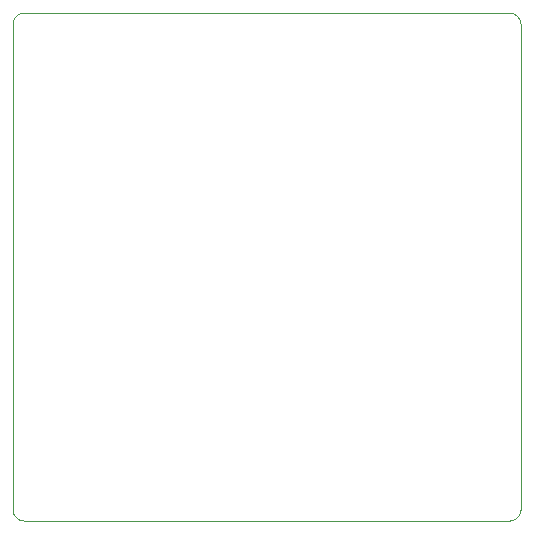
<source format=gbr>
G04 #@! TF.GenerationSoftware,KiCad,Pcbnew,5.1.5-52549c5~86~ubuntu16.04.1*
G04 #@! TF.CreationDate,2020-07-28T14:01:40+05:30*
G04 #@! TF.ProjectId,L298N_Motor_Driver_V1.0,4c323938-4e5f-44d6-9f74-6f725f447269,V1.0*
G04 #@! TF.SameCoordinates,Original*
G04 #@! TF.FileFunction,Profile,NP*
%FSLAX46Y46*%
G04 Gerber Fmt 4.6, Leading zero omitted, Abs format (unit mm)*
G04 Created by KiCad (PCBNEW 5.1.5-52549c5~86~ubuntu16.04.1) date 2020-07-28 14:01:40*
%MOMM*%
%LPD*%
G04 APERTURE LIST*
%ADD10C,0.050000*%
G04 APERTURE END LIST*
D10*
X119710200Y-113891400D02*
G75*
G02X118770400Y-112951600I0J939800D01*
G01*
X161770400Y-112953800D02*
G75*
G02X160832800Y-113891400I-937600J0D01*
G01*
X160832800Y-70893600D02*
G75*
G02X161770400Y-71831200I0J-937600D01*
G01*
X118770400Y-71831200D02*
G75*
G02X119710200Y-70891400I939800J0D01*
G01*
X118770400Y-112953800D02*
X118770400Y-71831200D01*
X160832800Y-113891400D02*
X119710200Y-113891400D01*
X161770400Y-71831200D02*
X161770400Y-112953800D01*
X119710200Y-70891400D02*
X160832800Y-70891400D01*
M02*

</source>
